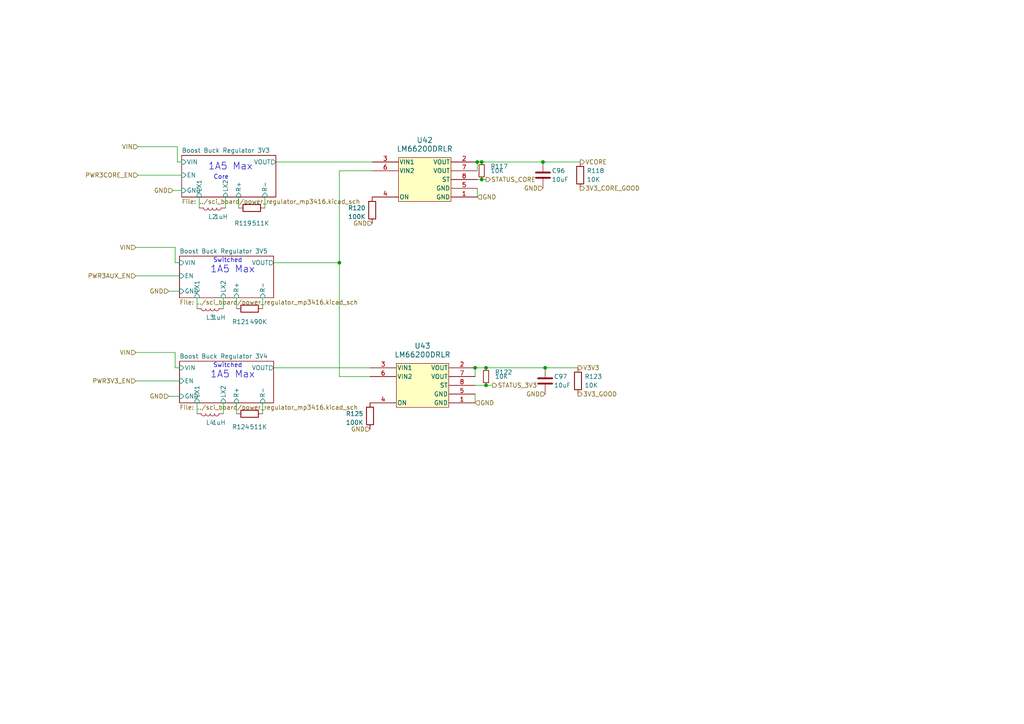
<source format=kicad_sch>
(kicad_sch (version 20231120) (generator "eeschema") (generator_version "8.0")
  (paper "A4")
  (lib_symbols
    (symbol "Common:LM66200DRLR" (pin_names (offset 0.254))
      (property "Reference" "U" (at 20.32 10.16 0))
      (property "Value" "LM66200DRLR" (at 20.32 7.62 0))
      (symbol "LM66200DRLR_0_1"
        (pin input line (at 6.35 1.27 0) (length 7.62) (name "VIN1") (number "3"))
        (pin input line (at 6.35 -8.89 0) (length 7.62) (name "ON") (number "4"))
        (pin input line (at 6.35 -1.27 0) (length 7.62) (name "VIN2") (number "6"))
        (pin output line (at 36.83 -3.81 180) (length 7.62) (name "ST") (number "8"))
      )
      (symbol "LM66200DRLR_1_1"
        (rectangle (start 13.97 2.54) (end 29.21 -10.16) (fill (type background)))
        (pin power_in line (at 36.83 -8.89 180) (length 7.62) (name "GND") (number "1"))
        (pin power_out line (at 36.83 1.27 180) (length 7.62) (name "VOUT") (number "2"))
        (pin input line (at 36.83 -6.35 180) (length 7.62) (name "GND") (number "5"))
        (pin input line (at 36.83 -1.27 180) (length 7.62) (name "VOUT") (number "7"))
      )
    )
    (symbol "Device:C" (pin_numbers hide) (pin_names (offset 0.254))
      (property "Reference" "C" (at 0.635 2.54 0))
      (property "Value" "C" (at 0.635 -2.54 0))
      (symbol "C_0_1"
        (polyline (pts (xy -2.032 -0.762) (xy 2.032 -0.762)) (stroke (width 0.508)))
        (polyline (pts (xy -2.032 0.762) (xy 2.032 0.762)) (stroke (width 0.508)))
      )
      (symbol "C_1_1"
        (pin passive line (at 0 3.81 270) (length 2.794) (name "~") (number "1"))
        (pin passive line (at 0 -3.81 90) (length 2.794) (name "~") (number "2"))
      )
    )
    (symbol "Device:L" (pin_numbers hide) (pin_names (offset 1.016) hide)
      (property "Reference" "L" (at -1.27 0 90))
      (property "Value" "L" (at 1.905 0 90))
      (symbol "L_0_1"
        (arc (start 0 -2.54) (mid 0.6323 -1.905) (end 0 -1.27))
        (arc (start 0 -1.27) (mid 0.6323 -0.635) (end 0 0))
        (arc (start 0 0) (mid 0.6323 0.635) (end 0 1.27))
        (arc (start 0 1.27) (mid 0.6323 1.905) (end 0 2.54))
      )
      (symbol "L_1_1"
        (pin passive line (at 0 3.81 270) (length 1.27) (name "1") (number "1"))
        (pin passive line (at 0 -3.81 90) (length 1.27) (name "2") (number "2"))
      )
    )
    (symbol "Device:R" (pin_numbers hide) (pin_names (offset 0))
      (property "Reference" "R" (at 2.032 0 90))
      (property "Value" "R" (at 0 0 90))
      (symbol "R_0_1"
        (rectangle (start -1.016 -2.54) (end 1.016 2.54) (stroke (width 0.254)))
      )
      (symbol "R_1_1"
        (pin passive line (at 0 3.81 270) (length 1.27) (name "~") (number "1"))
        (pin passive line (at 0 -3.81 90) (length 1.27) (name "~") (number "2"))
      )
    )
    (symbol "Device:R_Small" (pin_numbers hide) (pin_names (offset 0.254) hide)
      (property "Reference" "R" (at 0.762 0.508 0))
      (property "Value" "R_Small" (at 0.762 -1.016 0))
      (symbol "R_Small_0_1"
        (rectangle (start -0.762 1.778) (end 0.762 -1.778) (stroke (width 0.2032)))
      )
      (symbol "R_Small_1_1"
        (pin passive line (at 0 2.54 270) (length 0.762) (name "~") (number "1"))
        (pin passive line (at 0 -2.54 90) (length 0.762) (name "~") (number "2"))
      )
    )
  )
  (junction (at 157.48 46.99))
  (junction (at 139.7 52.07))
  (junction (at 139.7 46.99))
  (junction (at 158.115 106.68))
  (junction (at 140.97 106.68))
  (junction (at 138.43 46.99))
  (junction (at 98.425 76.2))
  (junction (at 140.97 111.76))
  (junction (at 137.795 106.68))
  (wire (pts (xy 50.165 55.245) (xy 52.705 55.245)))
  (wire (pts (xy 39.37 102.235) (xy 50.8 102.235)))
  (wire (pts (xy 140.97 52.07) (xy 139.7 52.07)))
  (wire (pts (xy 138.43 46.99) (xy 139.7 46.99)))
  (wire (pts (xy 50.8 106.68) (xy 52.07 106.68)))
  (wire (pts (xy 57.785 57.15) (xy 57.785 60.325)))
  (wire (pts (xy 137.795 106.68) (xy 140.97 106.68)))
  (wire (pts (xy 76.835 57.15) (xy 76.835 60.325)))
  (wire (pts (xy 39.37 110.49) (xy 52.07 110.49)))
  (wire (pts (xy 98.425 49.53) (xy 107.95 49.53)))
  (wire (pts (xy 137.795 114.3) (xy 137.795 116.84)))
  (wire (pts (xy 158.115 106.68) (xy 167.64 106.68)))
  (wire (pts (xy 140.97 111.76) (xy 142.875 111.76)))
  (wire (pts (xy 39.37 71.755) (xy 50.8 71.755)))
  (wire (pts (xy 68.58 86.36) (xy 68.58 89.535)))
  (wire (pts (xy 48.895 114.935) (xy 52.07 114.935)))
  (wire (pts (xy 76.2 116.84) (xy 76.2 120.015)))
  (wire (pts (xy 69.215 57.15) (xy 69.215 60.325)))
  (wire (pts (xy 48.895 84.455) (xy 52.07 84.455)))
  (wire (pts (xy 140.97 106.68) (xy 158.115 106.68)))
  (wire (pts (xy 79.375 76.2) (xy 98.425 76.2)))
  (wire (pts (xy 98.425 109.22) (xy 98.425 76.2)))
  (wire (pts (xy 50.8 76.2) (xy 52.07 76.2)))
  (wire (pts (xy 98.425 109.22) (xy 107.315 109.22)))
  (wire (pts (xy 65.405 57.15) (xy 65.405 60.325)))
  (wire (pts (xy 140.97 111.76) (xy 137.795 111.76)))
  (wire (pts (xy 80.01 46.99) (xy 107.95 46.99)))
  (wire (pts (xy 57.15 116.84) (xy 57.15 120.015)))
  (wire (pts (xy 40.005 50.8) (xy 52.705 50.8)))
  (wire (pts (xy 138.43 46.99) (xy 138.43 49.53)))
  (wire (pts (xy 39.37 80.01) (xy 52.07 80.01)))
  (wire (pts (xy 64.77 116.84) (xy 64.77 120.015)))
  (wire (pts (xy 139.7 46.99) (xy 157.48 46.99)))
  (wire (pts (xy 137.795 106.68) (xy 137.795 109.22)))
  (wire (pts (xy 76.2 86.36) (xy 76.2 89.535)))
  (wire (pts (xy 64.77 86.36) (xy 64.77 89.535)))
  (wire (pts (xy 40.005 42.545) (xy 51.435 42.545)))
  (wire (pts (xy 57.15 86.36) (xy 57.15 89.535)))
  (wire (pts (xy 157.48 46.99) (xy 168.275 46.99)))
  (wire (pts (xy 68.58 116.84) (xy 68.58 120.015)))
  (wire (pts (xy 138.43 54.61) (xy 138.43 57.15)))
  (wire (pts (xy 107.315 106.68) (xy 79.375 106.68)))
  (wire (pts (xy 139.7 52.07) (xy 138.43 52.07)))
  (wire (pts (xy 51.435 42.545) (xy 51.435 46.99)))
  (wire (pts (xy 50.8 71.755) (xy 50.8 76.2)))
  (wire (pts (xy 50.8 102.235) (xy 50.8 106.68)))
  (wire (pts (xy 98.425 76.2) (xy 98.425 49.53)))
  (wire (pts (xy 51.435 46.99) (xy 52.705 46.99)))
  (text "Core" (at 64.135 51.435 0) (effects (font (size 1.27 1.27))))
  (text "Switched" (at 66.04 106.045 0) (effects (font (size 1.27 1.27))))
  (text "1A5 Max" (at 60.96 109.855 0) (effects (font (size 2.0066 2.0066)) (justify left bottom)))
  (text "Switched" (at 66.04 75.565 0) (effects (font (size 1.27 1.27))))
  (text "1A5 Max" (at 60.96 79.375 0) (effects (font (size 2.0066 2.0066)) (justify left bottom)))
  (text "1A5 Max" (at 60.325 49.53 0) (effects (font (size 2.0066 2.0066)) (justify left bottom)))
  (hierarchical_label "VIN" (shape input) (at 39.37 71.755 180))
  (hierarchical_label "GND" (shape input) (at 107.315 124.46 180))
  (hierarchical_label "3V3_GOOD" (shape output) (at 167.64 114.3 0))
  (hierarchical_label "GND" (shape input) (at 158.115 114.3 180))
  (hierarchical_label "VIN" (shape input) (at 40.005 42.545 180))
  (hierarchical_label "GND" (shape input) (at 157.48 54.61 180))
  (hierarchical_label "GND" (shape input) (at 137.795 116.84 0))
  (hierarchical_label "STATUS_3V3" (shape output) (at 142.875 111.76 0))
  (hierarchical_label "3V3_CORE_GOOD" (shape output) (at 168.275 54.61 0))
  (hierarchical_label "PWR3CORE_EN" (shape input) (at 40.005 50.8 180))
  (hierarchical_label "VIN" (shape input) (at 39.37 102.235 180))
  (hierarchical_label "PWR3AUX_EN" (shape input) (at 39.37 80.01 180))
  (hierarchical_label "STATUS_CORE" (shape output) (at 140.97 52.07 0))
  (hierarchical_label "GND" (shape input) (at 48.895 84.455 180))
  (hierarchical_label "VCORE" (shape output) (at 168.275 46.99 0))
  (hierarchical_label "GND" (shape input) (at 50.165 55.245 180))
  (hierarchical_label "GND" (shape input) (at 107.95 64.77 180))
  (hierarchical_label "GND" (shape input) (at 138.43 57.15 0))
  (hierarchical_label "GND" (shape input) (at 48.895 114.935 180))
  (hierarchical_label "PWR3V3_EN" (shape input) (at 39.37 110.49 180))
  (hierarchical_label "V3V3" (shape output) (at 167.64 106.68 0))
  (symbol (lib_id "Device:R") (at 72.39 89.535 90) (unit 1)
    (property "Reference" "R121" (at 69.85 93.345 90))
    (property "Value" "490K" (at 74.93 93.345 90))
    (property "Footprint" "Resistor_SMD:R_0402_1005Metric_Pad0.72x0.64mm_HandSolder" (effects (hide yes)))
    (property "Datasheet" "https://www.yageo.com/upload/media/product/products/datasheet/rchip/PYu-RC_Group_51_RoHS_L_12.pdf" (effects (hide yes)))
    (property "Description" "Resistor" (effects (hide yes)))
    (property "Manufacturer" "YAGEO" (effects (hide yes)))
    (property "Part Number" "RC0402FR-07490KL" (effects (hide yes)))
    (property "Tolerance" "1" (effects (hide yes)))
  )
  (symbol (lib_id "Common:LM66200DRLR") (at 101.6 48.26 0) (unit 1)
    (property "Reference" "U42" (at 123.19 40.64 0) (effects (font (size 1.524 1.524))))
    (property "Value" "LM66200DRLR" (at 123.19 43.18 0) (effects (font (size 1.524 1.524))))
    (property "Footprint" "Common:SOT-5X3_DRL_TEX" (effects (hide yes)))
    (property "Datasheet" "https://www.ti.com/lit/ds/symlink/lm66200.pdf" (effects (hide yes)))
    (property "Manufacturer" "TI" (effects (hide yes)))
    (property "Part Number" "LM66200DRLR" (effects (hide yes)))
  )
  (symbol (lib_id "Device:L") (at 60.96 120.015 270) (unit 1)
    (property "Reference" "L4" (at 60.96 122.555 90))
    (property "Value" "1uH" (at 63.5 122.555 90))
    (property "Footprint" "Inductor_SMD:L_1008_2520Metric_Pad1.43x2.20mm_HandSolder" (effects (hide yes)))
    (property "Datasheet" "https://www.murata.com/~/media/webrenewal/products/inductor/chip/tokoproducts/wirewoundmetalalloychiptype/m_dfe252012p.ashx" (effects (hide yes)))
    (property "Description" "Inductor" (effects (hide yes)))
    (property "Amps" "3.2" (effects (hide yes)))
    (property "Manufacturer" "Murata" (effects (hide yes)))
    (property "Part Number" "DFE252012P-1R0M=P2" (effects (hide yes)))
  )
  (symbol (lib_id "Device:R") (at 168.275 50.8 0) (unit 1)
    (property "Reference" "R118" (at 170.18 49.5299 0) (effects (justify left)))
    (property "Value" "10K" (at 170.18 52.0699 0) (effects (justify left)))
    (property "Footprint" "Resistor_SMD:R_0402_1005Metric_Pad0.72x0.64mm_HandSolder" (effects (hide yes)))
    (property "Datasheet" "https://www.yageo.com/upload/media/product/products/datasheet/rchip/PYu-RC_Group_51_RoHS_L_12.pdf" (effects (hide yes)))
    (property "Description" "Resistor" (effects (hide yes)))
    (property "Manufacturer" "YAGEO" (effects (hide yes)))
    (property "Part Number" "RC0402FR-0710KL" (effects (hide yes)))
    (property "Tolerance" "1" (effects (hide yes)))
  )
  (symbol (lib_id "Device:R") (at 107.315 120.65 180) (unit 1)
    (property "Reference" "R125" (at 105.41 120.015 0) (effects (justify left)))
    (property "Value" "100K" (at 105.41 122.555 0) (effects (justify left)))
    (property "Footprint" "Resistor_SMD:R_0402_1005Metric_Pad0.72x0.64mm_HandSolder" (effects (hide yes)))
    (property "Datasheet" "https://www.yageo.com/upload/media/product/products/datasheet/rchip/PYu-RC_Group_51_RoHS_L_12.pdf" (effects (hide yes)))
    (property "Description" "Resistor" (effects (hide yes)))
    (property "Manufacturer" "YAGEO" (effects (hide yes)))
    (property "Part Number" "RC0402FR-07100KL" (effects (hide yes)))
    (property "Tolerance" "1" (effects (hide yes)))
  )
  (symbol (lib_id "Device:R_Small") (at 140.97 109.22 0) (unit 1)
    (property "Reference" "R122" (at 143.51 107.9499 0) (effects (justify left)))
    (property "Value" "10K" (at 143.51 109.22 0) (effects (justify left)))
    (property "Footprint" "Resistor_SMD:R_0402_1005Metric_Pad0.72x0.64mm_HandSolder" (effects (hide yes)))
    (property "Datasheet" "https://www.yageo.com/upload/media/product/products/datasheet/rchip/PYu-RC_Group_51_RoHS_L_12.pdf" (effects (hide yes)))
    (property "Description" "Resistor, small symbol" (effects (hide yes)))
    (property "Manufacturer" "YAGEO" (effects (hide yes)))
    (property "Part Number" "RC0402FR-0710KL" (effects (hide yes)))
    (property "Tolerance" "1" (effects (hide yes)))
  )
  (symbol (lib_id "Device:R") (at 107.95 60.96 180) (unit 1)
    (property "Reference" "R120" (at 106.045 60.325 0) (effects (justify left)))
    (property "Value" "100K" (at 106.045 62.865 0) (effects (justify left)))
    (property "Footprint" "Resistor_SMD:R_0402_1005Metric_Pad0.72x0.64mm_HandSolder" (effects (hide yes)))
    (property "Datasheet" "https://www.yageo.com/upload/media/product/products/datasheet/rchip/PYu-RC_Group_51_RoHS_L_12.pdf" (effects (hide yes)))
    (property "Description" "Resistor" (effects (hide yes)))
    (property "Manufacturer" "YAGEO" (effects (hide yes)))
    (property "Part Number" "RC0402FR-07100KL" (effects (hide yes)))
    (property "Tolerance" "1" (effects (hide yes)))
  )
  (symbol (lib_id "Device:L") (at 60.96 89.535 270) (unit 1)
    (property "Reference" "L3" (at 60.96 92.075 90))
    (property "Value" "1uH" (at 63.5 92.075 90))
    (property "Footprint" "Inductor_SMD:L_1008_2520Metric_Pad1.43x2.20mm_HandSolder" (effects (hide yes)))
    (property "Datasheet" "https://www.murata.com/~/media/webrenewal/products/inductor/chip/tokoproducts/wirewoundmetalalloychiptype/m_dfe252012p.ashx" (effects (hide yes)))
    (property "Description" "Inductor" (effects (hide yes)))
    (property "Amps" "3.2" (effects (hide yes)))
    (property "Manufacturer" "Murata" (effects (hide yes)))
    (property "Part Number" "DFE252012P-1R0M=P2" (effects (hide yes)))
  )
  (symbol (lib_id "Device:R") (at 73.025 60.325 90) (unit 1)
    (property "Reference" "R119" (at 70.485 64.77 90))
    (property "Value" "511K" (at 75.565 64.77 90))
    (property "Footprint" "Resistor_SMD:R_0402_1005Metric_Pad0.72x0.64mm_HandSolder" (effects (hide yes)))
    (property "Datasheet" "https://www.yageo.com/upload/media/product/products/datasheet/rchip/PYu-RC_Group_51_RoHS_L_12.pdf" (effects (hide yes)))
    (property "Description" "Resistor" (effects (hide yes)))
    (property "Manufacturer" "YAGEO" (effects (hide yes)))
    (property "Part Number" "RC0402FR-07511KL" (effects (hide yes)))
    (property "Tolerance" "1" (effects (hide yes)))
  )
  (symbol (lib_id "Device:C") (at 158.115 110.49 0) (unit 1)
    (property "Reference" "C97" (at 160.655 109.22 0) (effects (justify left)))
    (property "Value" "10uF" (at 160.655 111.76 0) (effects (justify left)))
    (property "Footprint" "Capacitor_SMD:C_0603_1608Metric_Pad1.08x0.95mm_HandSolder" (effects (hide yes)))
    (property "Datasheet" "https://search.murata.co.jp/Ceramy/image/img/A01X/G101/ENG/GRM188R61E106KA73-01.pdf" (effects (hide yes)))
    (property "Description" "Unpolarized capacitor" (effects (hide yes)))
    (property "Manufacturer" "Murata" (effects (hide yes)))
    (property "Part Number" "GRM188R61E106KA73D" (effects (hide yes)))
    (property "Tolerance" "10" (effects (hide yes)))
    (property "Voltage" "25" (effects (hide yes)))
  )
  (symbol (lib_id "Device:R") (at 167.64 110.49 0) (unit 1)
    (property "Reference" "R123" (at 169.545 109.2199 0) (effects (justify left)))
    (property "Value" "10K" (at 169.545 111.7599 0) (effects (justify left)))
    (property "Footprint" "Resistor_SMD:R_0402_1005Metric_Pad0.72x0.64mm_HandSolder" (effects (hide yes)))
    (property "Datasheet" "https://www.yageo.com/upload/media/product/products/datasheet/rchip/PYu-RC_Group_51_RoHS_L_12.pdf" (effects (hide yes)))
    (property "Description" "Resistor" (effects (hide yes)))
    (property "Manufacturer" "YAGEO" (effects (hide yes)))
    (property "Part Number" "RC0402FR-0710KL" (effects (hide yes)))
    (property "Tolerance" "1" (effects (hide yes)))
  )
  (symbol (lib_id "Common:LM66200DRLR") (at 100.965 107.95 0) (unit 1)
    (property "Reference" "U43" (at 122.555 100.33 0) (effects (font (size 1.524 1.524))))
    (property "Value" "LM66200DRLR" (at 122.555 102.87 0) (effects (font (size 1.524 1.524))))
    (property "Footprint" "Common:SOT-5X3_DRL_TEX" (effects (hide yes)))
    (property "Datasheet" "https://www.ti.com/lit/ds/symlink/lm66200.pdf" (effects (hide yes)))
    (property "Manufacturer" "TI" (effects (hide yes)))
    (property "Part Number" "LM66200DRLR" (effects (hide yes)))
  )
  (symbol (lib_id "Device:L") (at 61.595 60.325 270) (unit 1)
    (property "Reference" "L2" (at 61.595 62.865 90))
    (property "Value" "1uH" (at 64.135 62.865 90))
    (property "Footprint" "Inductor_SMD:L_1008_2520Metric_Pad1.43x2.20mm_HandSolder" (effects (hide yes)))
    (property "Datasheet" "https://www.murata.com/~/media/webrenewal/products/inductor/chip/tokoproducts/wirewoundmetalalloychiptype/m_dfe252012p.ashx" (effects (hide yes)))
    (property "Description" "Inductor" (effects (hide yes)))
    (property "Amps" "3.2" (effects (hide yes)))
    (property "Manufacturer" "Murata" (effects (hide yes)))
    (property "Part Number" "DFE252012P-1R0M=P2" (effects (hide yes)))
  )
  (symbol (lib_id "Device:C") (at 157.48 50.8 0) (unit 1)
    (property "Reference" "C96" (at 160.02 49.53 0) (effects (justify left)))
    (property "Value" "10uF" (at 160.02 52.07 0) (effects (justify left)))
    (property "Footprint" "Capacitor_SMD:C_0603_1608Metric_Pad1.08x0.95mm_HandSolder" (effects (hide yes)))
    (property "Datasheet" "https://search.murata.co.jp/Ceramy/image/img/A01X/G101/ENG/GRM188R61E106KA73-01.pdf" (effects (hide yes)))
    (property "Description" "Unpolarized capacitor" (effects (hide yes)))
    (property "Manufacturer" "Murata" (effects (hide yes)))
    (property "Part Number" "GRM188R61E106KA73D" (effects (hide yes)))
    (property "Tolerance" "10" (effects (hide yes)))
    (property "Voltage" "25" (effects (hide yes)))
  )
  (symbol (lib_id "Device:R") (at 72.39 120.015 90) (unit 1)
    (property "Reference" "R124" (at 69.85 123.825 90))
    (property "Value" "511K" (at 74.93 123.825 90))
    (property "Footprint" "Resistor_SMD:R_0402_1005Metric_Pad0.72x0.64mm_HandSolder" (effects (hide yes)))
    (property "Datasheet" "https://www.yageo.com/upload/media/product/products/datasheet/rchip/PYu-RC_Group_51_RoHS_L_12.pdf" (effects (hide yes)))
    (property "Description" "Resistor" (effects (hide yes)))
    (property "Manufacturer" "YAGEO" (effects (hide yes)))
    (property "Part Number" "RC0402FR-07511KL" (effects (hide yes)))
    (property "Tolerance" "1" (effects (hide yes)))
  )
  (symbol (lib_id "Device:R_Small") (at 139.7 49.53 0) (unit 1)
    (property "Reference" "R117" (at 142.24 48.2599 0) (effects (justify left)))
    (property "Value" "10K" (at 142.24 49.53 0) (effects (justify left)))
    (property "Footprint" "Resistor_SMD:R_0402_1005Metric_Pad0.72x0.64mm_HandSolder" (effects (hide yes)))
    (property "Datasheet" "https://www.yageo.com/upload/media/product/products/datasheet/rchip/PYu-RC_Group_51_RoHS_L_12.pdf" (effects (hide yes)))
    (property "Description" "Resistor, small symbol" (effects (hide yes)))
    (property "Manufacturer" "YAGEO" (effects (hide yes)))
    (property "Part Number" "RC0402FR-0710KL" (effects (hide yes)))
    (property "Tolerance" "1" (effects (hide yes)))
  )
  (sheet (at 52.705 45.085) (size 27.305 12.065) (stroke (width 0.1524))
    (property "Sheetname" "Boost Buck Regulator 3V3" (at 52.705 44.3734 0) (effects (justify left bottom)))
    (property "Sheetfile" "../sci_board/power_regulator_mp3416.kicad_sch" (at 52.705 57.7346 0) (effects (justify left top)))
    (pin "GND" input (at 52.705 55.245 180))
    (pin "VIN" input (at 52.705 46.99 180))
    (pin "LX1" input (at 57.785 57.15 270))
    (pin "LX2" input (at 65.405 57.15 270))
    (pin "R-" input (at 76.835 57.15 270))
    (pin "R+" input (at 69.215 57.15 270))
    (pin "VOUT" output (at 80.01 46.99 0))
    (pin "EN" input (at 52.705 50.8 180))
  )
  (sheet (at 52.07 74.295) (size 27.305 12.065) (stroke (width 0.1524))
    (property "Sheetname" "Boost Buck Regulator 3V5" (at 52.07 73.5834 0) (effects (justify left bottom)))
    (property "Sheetfile" "../sci_board/power_regulator_mp3416.kicad_sch" (at 52.07 86.9446 0) (effects (justify left top)))
    (pin "GND" input (at 52.07 84.455 180))
    (pin "VIN" input (at 52.07 76.2 180))
    (pin "LX1" input (at 57.15 86.36 270))
    (pin "LX2" input (at 64.77 86.36 270))
    (pin "R-" input (at 76.2 86.36 270))
    (pin "R+" input (at 68.58 86.36 270))
    (pin "VOUT" output (at 79.375 76.2 0))
    (pin "EN" input (at 52.07 80.01 180))
  )
  (sheet (at 52.07 104.775) (size 27.305 12.065) (stroke (width 0.1524))
    (property "Sheetname" "Boost Buck Regulator 3V4" (at 52.07 104.0634 0) (effects (justify left bottom)))
    (property "Sheetfile" "../sci_board/power_regulator_mp3416.kicad_sch" (at 52.07 117.4246 0) (effects (justify left top)))
    (pin "GND" input (at 52.07 114.935 180))
    (pin "VIN" input (at 52.07 106.68 180))
    (pin "LX1" input (at 57.15 116.84 270))
    (pin "LX2" input (at 64.77 116.84 270))
    (pin "R-" input (at 76.2 116.84 270))
    (pin "R+" input (at 68.58 116.84 270))
    (pin "VOUT" output (at 79.375 106.68 0))
    (pin "EN" input (at 52.07 110.49 180))
  )
)
</source>
